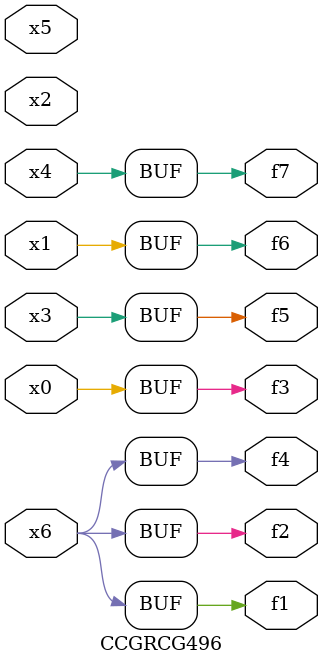
<source format=v>
module CCGRCG496(
	input x0, x1, x2, x3, x4, x5, x6,
	output f1, f2, f3, f4, f5, f6, f7
);
	assign f1 = x6;
	assign f2 = x6;
	assign f3 = x0;
	assign f4 = x6;
	assign f5 = x3;
	assign f6 = x1;
	assign f7 = x4;
endmodule

</source>
